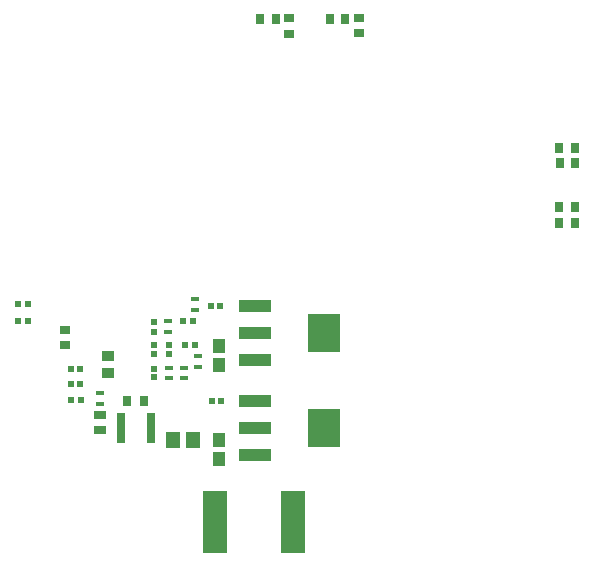
<source format=gbp>
G04*
G04 #@! TF.GenerationSoftware,Altium Limited,Altium Designer,24.4.1 (13)*
G04*
G04 Layer_Color=128*
%FSLAX44Y44*%
%MOMM*%
G71*
G04*
G04 #@! TF.SameCoordinates,2EB5ED4D-3302-4EB3-8F75-9365195E6A89*
G04*
G04*
G04 #@! TF.FilePolarity,Positive*
G04*
G01*
G75*
%ADD16R,0.8500X0.7500*%
%ADD17R,1.0500X0.9000*%
%ADD18R,0.6000X0.5500*%
%ADD26R,0.7500X0.8500*%
%ADD27R,0.4725X0.5393*%
%ADD30R,1.2546X1.4562*%
%ADD38R,0.8000X0.9500*%
%ADD40R,0.5393X0.4725*%
%ADD44R,0.5200X0.5200*%
%ADD45R,0.5200X0.5200*%
%ADD91R,2.7000X1.0000*%
%ADD92R,2.7000X3.3000*%
%ADD93R,2.0000X5.3000*%
%ADD94R,0.6500X2.6500*%
%ADD95R,0.6500X0.9000*%
%ADD96R,0.6750X0.4500*%
%ADD97R,1.0200X0.6400*%
%ADD98R,0.8500X0.7000*%
%ADD99R,1.0121X1.2084*%
D16*
X360000Y486750D02*
D03*
Y473750D02*
D03*
X419000Y487250D02*
D03*
Y474250D02*
D03*
D17*
X206750Y200834D02*
D03*
Y186334D02*
D03*
D18*
X130000Y230000D02*
D03*
X138500D02*
D03*
X130000Y245000D02*
D03*
X138500D02*
D03*
X183500Y163750D02*
D03*
X175000D02*
D03*
X280000Y210000D02*
D03*
X271500D02*
D03*
X278750Y230000D02*
D03*
X270250D02*
D03*
D26*
X589000Y363750D02*
D03*
X602000D02*
D03*
X348500Y485750D02*
D03*
X335500D02*
D03*
X407500Y486250D02*
D03*
X394500D02*
D03*
D27*
X245000Y190000D02*
D03*
Y182668D02*
D03*
X258000Y209666D02*
D03*
Y202334D02*
D03*
D30*
X278258Y130000D02*
D03*
X261742D02*
D03*
D38*
X588500Y313250D02*
D03*
X602000D02*
D03*
X588500Y326750D02*
D03*
X602000D02*
D03*
X588500Y376750D02*
D03*
X602000D02*
D03*
D40*
X175000Y177000D02*
D03*
X182332D02*
D03*
X294419Y163000D02*
D03*
X301750D02*
D03*
X293919Y243000D02*
D03*
X301250D02*
D03*
D44*
X175000Y190000D02*
D03*
X183000D02*
D03*
D45*
X245000Y210000D02*
D03*
Y202000D02*
D03*
X245000Y229375D02*
D03*
Y221375D02*
D03*
D91*
X330750Y117000D02*
D03*
Y140000D02*
D03*
Y163000D02*
D03*
X330500Y243000D02*
D03*
Y220000D02*
D03*
Y197000D02*
D03*
D92*
X389750Y140000D02*
D03*
X389500Y220000D02*
D03*
D93*
X297000Y60000D02*
D03*
X363000D02*
D03*
D94*
X217300Y140000D02*
D03*
X242700D02*
D03*
D95*
X222750Y163000D02*
D03*
X237250D02*
D03*
D96*
X200000Y169250D02*
D03*
Y160000D02*
D03*
X280000Y249250D02*
D03*
Y240000D02*
D03*
X257500Y220750D02*
D03*
Y230000D02*
D03*
X258000Y181709D02*
D03*
Y190959D02*
D03*
X270500Y181709D02*
D03*
Y190959D02*
D03*
X283000Y191375D02*
D03*
Y200625D02*
D03*
D97*
X200000Y150350D02*
D03*
Y137650D02*
D03*
D98*
X170000Y222500D02*
D03*
Y210000D02*
D03*
D99*
X300750Y129269D02*
D03*
Y113231D02*
D03*
X300500Y209269D02*
D03*
Y193231D02*
D03*
M02*

</source>
